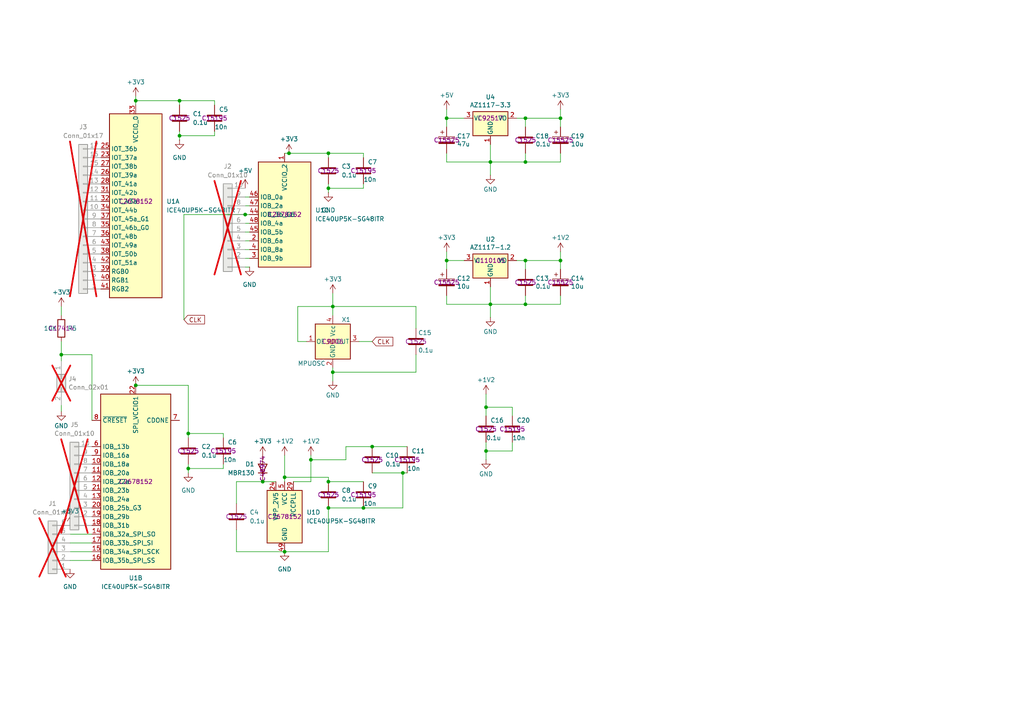
<source format=kicad_sch>
(kicad_sch (version 20250114) (generator "eeschema") (generator_version "9.0")
  (paper "A4")
  (lib_symbols
    (symbol "Connector_Generic:Conn_01x06" (pin_names (offset 1.016) (hide yes))
      (property "Reference" "J" (at 0 7.62 0))
      (property "Value" "Conn_01x06" (at 0 -10.16 0))
      (symbol "Conn_01x06_1_1"
        (rectangle (start -1.27 6.35) (end 1.27 -8.89) (stroke (width 0.254)) (fill (type background)))
        (rectangle (start -1.27 5.207) (end 0 4.953) (stroke (width 0.1524)))
        (rectangle (start -1.27 2.667) (end 0 2.413) (stroke (width 0.1524)))
        (rectangle (start -1.27 0.127) (end 0 -0.127) (stroke (width 0.1524)))
        (rectangle (start -1.27 -2.413) (end 0 -2.667) (stroke (width 0.1524)))
        (rectangle (start -1.27 -4.953) (end 0 -5.207) (stroke (width 0.1524)))
        (rectangle (start -1.27 -7.493) (end 0 -7.747) (stroke (width 0.1524)))
        (pin passive line (at -5.08 5.08 0) (length 3.81) (name "Pin_1") (number "1"))
        (pin passive line (at -5.08 2.54 0) (length 3.81) (name "Pin_2") (number "2"))
        (pin passive line (at -5.08 0 0) (length 3.81) (name "Pin_3") (number "3"))
        (pin passive line (at -5.08 -2.54 0) (length 3.81) (name "Pin_4") (number "4"))
        (pin passive line (at -5.08 -5.08 0) (length 3.81) (name "Pin_5") (number "5"))
        (pin passive line (at -5.08 -7.62 0) (length 3.81) (name "Pin_6") (number "6"))
      )
    )
    (symbol "Connector_Generic:Conn_01x10" (pin_names (offset 1.016) (hide yes))
      (property "Reference" "J" (at 0 12.7 0))
      (property "Value" "Conn_01x10" (at 0 -15.24 0))
      (symbol "Conn_01x10_1_1"
        (rectangle (start -1.27 11.43) (end 1.27 -13.97) (stroke (width 0.254)) (fill (type background)))
        (rectangle (start -1.27 10.287) (end 0 10.033) (stroke (width 0.1524)))
        (rectangle (start -1.27 7.747) (end 0 7.493) (stroke (width 0.1524)))
        (rectangle (start -1.27 5.207) (end 0 4.953) (stroke (width 0.1524)))
        (rectangle (start -1.27 2.667) (end 0 2.413) (stroke (width 0.1524)))
        (rectangle (start -1.27 0.127) (end 0 -0.127) (stroke (width 0.1524)))
        (rectangle (start -1.27 -2.413) (end 0 -2.667) (stroke (width 0.1524)))
        (rectangle (start -1.27 -4.953) (end 0 -5.207) (stroke (width 0.1524)))
        (rectangle (start -1.27 -7.493) (end 0 -7.747) (stroke (width 0.1524)))
        (rectangle (start -1.27 -10.033) (end 0 -10.287) (stroke (width 0.1524)))
        (rectangle (start -1.27 -12.573) (end 0 -12.827) (stroke (width 0.1524)))
        (pin passive line (at -5.08 10.16 0) (length 3.81) (name "Pin_1") (number "1"))
        (pin passive line (at -5.08 7.62 0) (length 3.81) (name "Pin_2") (number "2"))
        (pin passive line (at -5.08 5.08 0) (length 3.81) (name "Pin_3") (number "3"))
        (pin passive line (at -5.08 2.54 0) (length 3.81) (name "Pin_4") (number "4"))
        (pin passive line (at -5.08 0 0) (length 3.81) (name "Pin_5") (number "5"))
        (pin passive line (at -5.08 -2.54 0) (length 3.81) (name "Pin_6") (number "6"))
        (pin passive line (at -5.08 -5.08 0) (length 3.81) (name "Pin_7") (number "7"))
        (pin passive line (at -5.08 -7.62 0) (length 3.81) (name "Pin_8") (number "8"))
        (pin passive line (at -5.08 -10.16 0) (length 3.81) (name "Pin_9") (number "9"))
        (pin passive line (at -5.08 -12.7 0) (length 3.81) (name "Pin_10") (number "10"))
      )
    )
    (symbol "Connector_Generic:Conn_01x17" (pin_names (offset 1.016) (hide yes))
      (property "Reference" "J" (at 0 22.86 0))
      (property "Value" "Conn_01x17" (at 0 -22.86 0))
      (symbol "Conn_01x17_1_1"
        (rectangle (start -1.27 21.59) (end 1.27 -21.59) (stroke (width 0.254)) (fill (type background)))
        (rectangle (start -1.27 20.447) (end 0 20.193) (stroke (width 0.1524)))
        (rectangle (start -1.27 17.907) (end 0 17.653) (stroke (width 0.1524)))
        (rectangle (start -1.27 15.367) (end 0 15.113) (stroke (width 0.1524)))
        (rectangle (start -1.27 12.827) (end 0 12.573) (stroke (width 0.1524)))
        (rectangle (start -1.27 10.287) (end 0 10.033) (stroke (width 0.1524)))
        (rectangle (start -1.27 7.747) (end 0 7.493) (stroke (width 0.1524)))
        (rectangle (start -1.27 5.207) (end 0 4.953) (stroke (width 0.1524)))
        (rectangle (start -1.27 2.667) (end 0 2.413) (stroke (width 0.1524)))
        (rectangle (start -1.27 0.127) (end 0 -0.127) (stroke (width 0.1524)))
        (rectangle (start -1.27 -2.413) (end 0 -2.667) (stroke (width 0.1524)))
        (rectangle (start -1.27 -4.953) (end 0 -5.207) (stroke (width 0.1524)))
        (rectangle (start -1.27 -7.493) (end 0 -7.747) (stroke (width 0.1524)))
        (rectangle (start -1.27 -10.033) (end 0 -10.287) (stroke (width 0.1524)))
        (rectangle (start -1.27 -12.573) (end 0 -12.827) (stroke (width 0.1524)))
        (rectangle (start -1.27 -15.113) (end 0 -15.367) (stroke (width 0.1524)))
        (rectangle (start -1.27 -17.653) (end 0 -17.907) (stroke (width 0.1524)))
        (rectangle (start -1.27 -20.193) (end 0 -20.447) (stroke (width 0.1524)))
        (pin passive line (at -5.08 20.32 0) (length 3.81) (name "Pin_1") (number "1"))
        (pin passive line (at -5.08 17.78 0) (length 3.81) (name "Pin_2") (number "2"))
        (pin passive line (at -5.08 15.24 0) (length 3.81) (name "Pin_3") (number "3"))
        (pin passive line (at -5.08 12.7 0) (length 3.81) (name "Pin_4") (number "4"))
        (pin passive line (at -5.08 10.16 0) (length 3.81) (name "Pin_5") (number "5"))
        (pin passive line (at -5.08 7.62 0) (length 3.81) (name "Pin_6") (number "6"))
        (pin passive line (at -5.08 5.08 0) (length 3.81) (name "Pin_7") (number "7"))
        (pin passive line (at -5.08 2.54 0) (length 3.81) (name "Pin_8") (number "8"))
        (pin passive line (at -5.08 0 0) (length 3.81) (name "Pin_9") (number "9"))
        (pin passive line (at -5.08 -2.54 0) (length 3.81) (name "Pin_10") (number "10"))
        (pin passive line (at -5.08 -5.08 0) (length 3.81) (name "Pin_11") (number "11"))
        (pin passive line (at -5.08 -7.62 0) (length 3.81) (name "Pin_12") (number "12"))
        (pin passive line (at -5.08 -10.16 0) (length 3.81) (name "Pin_13") (number "13"))
        (pin passive line (at -5.08 -12.7 0) (length 3.81) (name "Pin_14") (number "14"))
        (pin passive line (at -5.08 -15.24 0) (length 3.81) (name "Pin_15") (number "15"))
        (pin passive line (at -5.08 -17.78 0) (length 3.81) (name "Pin_16") (number "16"))
        (pin passive line (at -5.08 -20.32 0) (length 3.81) (name "Pin_17") (number "17"))
      )
    )
    (symbol "Connector_Generic:Conn_02x01" (pin_names (offset 1.016) (hide yes))
      (property "Reference" "J" (at 1.27 2.54 0))
      (property "Value" "Conn_02x01" (at 1.27 -2.54 0))
      (symbol "Conn_02x01_1_1"
        (rectangle (start -1.27 1.27) (end 3.81 -1.27) (stroke (width 0.254)) (fill (type background)))
        (rectangle (start -1.27 0.127) (end 0 -0.127) (stroke (width 0.1524)))
        (rectangle (start 3.81 0.127) (end 2.54 -0.127) (stroke (width 0.1524)))
        (pin passive line (at -5.08 0 0) (length 3.81) (name "Pin_1") (number "1"))
        (pin passive line (at 7.62 0 180) (length 3.81) (name "Pin_2") (number "2"))
      )
    )
    (symbol "Device:C" (pin_numbers (hide yes)) (pin_names (offset 0.254))
      (property "Reference" "C" (at 0.635 2.54 0))
      (property "Value" "C" (at 0.635 -2.54 0))
      (symbol "C_0_1"
        (polyline (pts (xy -2.032 0.762) (xy 2.032 0.762)) (stroke (width 0.508)))
        (polyline (pts (xy -2.032 -0.762) (xy 2.032 -0.762)) (stroke (width 0.508)))
      )
      (symbol "C_1_1"
        (pin passive line (at 0 3.81 270) (length 2.794) (name "~") (number "1"))
        (pin passive line (at 0 -3.81 90) (length 2.794) (name "~") (number "2"))
      )
    )
    (symbol "Device:CP" (pin_numbers (hide yes)) (pin_names (offset 0.254))
      (property "Reference" "C" (at 0.635 2.54 0))
      (property "Value" "Device_CP" (at 0.635 -2.54 0))
      (symbol "CP_0_1"
        (rectangle (start -2.286 0.508) (end 2.286 1.016))
        (polyline (pts (xy -1.778 2.286) (xy -0.762 2.286)))
        (polyline (pts (xy -1.27 2.794) (xy -1.27 1.778)))
        (rectangle (start 2.286 -0.508) (end -2.286 -1.016) (fill (type outline)))
      )
      (symbol "CP_1_1"
        (pin passive line (at 0 3.81 270) (length 2.794) (name "~") (number "1"))
        (pin passive line (at 0 -3.81 90) (length 2.794) (name "~") (number "2"))
      )
    )
    (symbol "Device:D" (pin_numbers (hide yes)) (pin_names (offset 1.016) (hide yes))
      (property "Reference" "D" (at 0 2.54 0))
      (property "Value" "D" (at 0 -2.54 0))
      (symbol "D_0_1"
        (polyline (pts (xy -1.27 1.27) (xy -1.27 -1.27)) (stroke (width 0.254)))
        (polyline (pts (xy 1.27 1.27) (xy 1.27 -1.27) (xy -1.27 0) (xy 1.27 1.27)) (stroke (width 0.254)))
        (polyline (pts (xy 1.27 0) (xy -1.27 0)))
      )
      (symbol "D_1_1"
        (pin passive line (at -3.81 0 0) (length 2.54) (name "K") (number "1"))
        (pin passive line (at 3.81 0 180) (length 2.54) (name "A") (number "2"))
      )
    )
    (symbol "Device:R" (pin_numbers (hide yes)) (pin_names (offset 0))
      (property "Reference" "R" (at 2.032 0 90))
      (property "Value" "R" (at 0 0 90))
      (symbol "R_0_1"
        (rectangle (start -1.016 -2.54) (end 1.016 2.54) (stroke (width 0.254)))
      )
      (symbol "R_1_1"
        (pin passive line (at 0 3.81 270) (length 1.27) (name "~") (number "1"))
        (pin passive line (at 0 -3.81 90) (length 1.27) (name "~") (number "2"))
      )
    )
    (symbol "FPGA_Lattice:ICE40UP5K-SG48ITR"
      (property "Reference" "U" (at -8.89 -29.21 0))
      (property "Value" "ICE40UP5K-SG48ITR" (at 0 -31.75 0))
      (symbol "ICE40UP5K-SG48ITR_1_1"
        (rectangle (start -7.62 25.4) (end 7.62 -27.94) (stroke (width 0.254)) (fill (type background)))
        (pin bidirectional line (at -10.16 15.24 0) (length 2.54) (name "IOT_36b") (number "25"))
        (pin bidirectional line (at -10.16 12.7 0) (length 2.54) (name "IOT_37a") (number "23"))
        (pin bidirectional line (at -10.16 10.16 0) (length 2.54) (name "IOT_38b") (number "27"))
        (pin bidirectional line (at -10.16 7.62 0) (length 2.54) (name "IOT_39a") (number "26"))
        (pin bidirectional line (at -10.16 5.08 0) (length 2.54) (name "IOT_41a") (number "28"))
        (pin bidirectional line (at -10.16 2.54 0) (length 2.54) (name "IOT_42b") (number "31"))
        (pin bidirectional line (at -10.16 0 0) (length 2.54) (name "IOT_43a") (number "32"))
        (pin bidirectional line (at -10.16 -2.54 0) (length 2.54) (name "IOT_44b") (number "34"))
        (pin bidirectional line (at -10.16 -5.08 0) (length 2.54) (name "IOT_45a_G1") (number "37"))
        (pin bidirectional line (at -10.16 -7.62 0) (length 2.54) (name "IOT_46b_G0") (number "35"))
        (pin bidirectional line (at -10.16 -10.16 0) (length 2.54) (name "IOT_48b") (number "36"))
        (pin bidirectional line (at -10.16 -12.7 0) (length 2.54) (name "IOT_49a") (number "43"))
        (pin bidirectional line (at -10.16 -15.24 0) (length 2.54) (name "IOT_50b") (number "38"))
        (pin bidirectional line (at -10.16 -17.78 0) (length 2.54) (name "IOT_51a") (number "42"))
        (pin open_collector line (at -10.16 -20.32 0) (length 2.54) (name "RGB0") (number "39"))
        (pin open_collector line (at -10.16 -22.86 0) (length 2.54) (name "RGB1") (number "40"))
        (pin open_collector line (at -10.16 -25.4 0) (length 2.54) (name "RGB2") (number "41"))
        (pin power_in line (at 0 27.94 270) (length 2.54) (name "VCCIO_0") (number "33"))
      )
      (symbol "ICE40UP5K-SG48ITR_2_1"
        (rectangle (start -10.16 25.4) (end 10.16 -25.4) (stroke (width 0.254)) (fill (type background)))
        (pin input line (at -12.7 17.78 0) (length 2.54) (name "~{CRESET}") (number "8"))
        (pin bidirectional line (at -12.7 10.16 0) (length 2.54) (name "IOB_13b") (number "6"))
        (pin bidirectional line (at -12.7 7.62 0) (length 2.54) (name "IOB_16a") (number "9"))
        (pin bidirectional line (at -12.7 5.08 0) (length 2.54) (name "IOB_18a") (number "10"))
        (pin bidirectional line (at -12.7 2.54 0) (length 2.54) (name "IOB_20a") (number "11"))
        (pin bidirectional line (at -12.7 0 0) (length 2.54) (name "IOB_22a") (number "12"))
        (pin bidirectional line (at -12.7 -2.54 0) (length 2.54) (name "IOB_23b") (number "21"))
        (pin bidirectional line (at -12.7 -5.08 0) (length 2.54) (name "IOB_24a") (number "13"))
        (pin bidirectional line (at -12.7 -7.62 0) (length 2.54) (name "IOB_25b_G3") (number "20"))
        (pin bidirectional line (at -12.7 -10.16 0) (length 2.54) (name "IOB_29b") (number "19"))
        (pin bidirectional line (at -12.7 -12.7 0) (length 2.54) (name "IOB_31b") (number "18"))
        (pin bidirectional line (at -12.7 -15.24 0) (length 2.54) (name "IOB_32a_SPI_SO") (number "14"))
        (pin bidirectional line (at -12.7 -17.78 0) (length 2.54) (name "IOB_33b_SPI_SI") (number "17"))
        (pin bidirectional line (at -12.7 -20.32 0) (length 2.54) (name "IOB_34a_SPI_SCK") (number "15"))
        (pin bidirectional line (at -12.7 -22.86 0) (length 2.54) (name "IOB_35b_SPI_SS") (number "16"))
        (pin power_in line (at 0 27.94 270) (length 2.54) (name "SPI_VCCIO1") (number "22"))
        (pin open_collector line (at 12.7 17.78 180) (length 2.54) (name "CDONE") (number "7"))
      )
      (symbol "ICE40UP5K-SG48ITR_3_1"
        (rectangle (start -7.62 15.24) (end 7.62 -15.24) (stroke (width 0.254)) (fill (type background)))
        (pin bidirectional line (at -10.16 5.08 0) (length 2.54) (name "IOB_0a") (number "46"))
        (pin bidirectional line (at -10.16 2.54 0) (length 2.54) (name "IOB_2a") (number "47"))
        (pin bidirectional line (at -10.16 0 0) (length 2.54) (name "IOB_3b_G6") (number "44"))
        (pin bidirectional line (at -10.16 -2.54 0) (length 2.54) (name "IOB_4a") (number "48"))
        (pin bidirectional line (at -10.16 -5.08 0) (length 2.54) (name "IOB_5b") (number "45"))
        (pin bidirectional line (at -10.16 -7.62 0) (length 2.54) (name "IOB_6a") (number "2"))
        (pin bidirectional line (at -10.16 -10.16 0) (length 2.54) (name "IOB_8a") (number "4"))
        (pin bidirectional line (at -10.16 -12.7 0) (length 2.54) (name "IOB_9b") (number "3"))
        (pin power_in line (at 0 17.78 270) (length 2.54) (name "VCCIO_2") (number "1"))
      )
      (symbol "ICE40UP5K-SG48ITR_4_1"
        (rectangle (start -5.08 7.62) (end 5.08 -7.62) (stroke (width 0.254)) (fill (type background)))
        (pin power_in line (at -2.54 10.16 270) (length 2.54) (name "VPP_2V5") (number "24"))
        (pin passive line (at 0 10.16 270) (length 2.54) (hide yes) (name "VCC") (number "30"))
        (pin power_in line (at 0 10.16 270) (length 2.54) (name "VCC") (number "5"))
        (pin power_in line (at 0 -10.16 90) (length 2.54) (name "GND") (number "49"))
        (pin power_out line (at 2.54 10.16 270) (length 2.54) (name "VCCPLL") (number "29"))
      )
    )
    (symbol "Oscillator:SG-210SED" (pin_names (offset 0.254))
      (property "Reference" "X" (at -5.08 6.35 0))
      (property "Value" "SG-210SED" (at 1.27 -6.35 0))
      (symbol "SG-210SED_0_1"
        (rectangle (start -5.08 5.08) (end 5.08 -5.08) (stroke (width 0.254)) (fill (type background)))
        (polyline (pts (xy -1.905 -0.635) (xy -1.27 -0.635) (xy -1.27 0.635) (xy -0.635 0.635) (xy -0.635 -0.635) (xy 0 -0.635) (xy 0 0.635) (xy 0.635 0.635) (xy 0.635 -0.635)))
      )
      (symbol "SG-210SED_1_1"
        (pin input line (at -7.62 0 0) (length 2.54) (name "OE") (number "1"))
        (pin power_in line (at 0 7.62 270) (length 2.54) (name "Vcc") (number "4"))
        (pin power_in line (at 0 -7.62 90) (length 2.54) (name "GND") (number "2"))
        (pin output line (at 7.62 0 180) (length 2.54) (name "OUT") (number "3"))
      )
    )
    (symbol "Regulator_Linear:AZ1117-1.2" (pin_names (offset 0.254))
      (property "Reference" "U" (at -3.81 3.175 0))
      (property "Value" "AZ1117-1.2" (at 0 3.175 0))
      (symbol "AZ1117-1.2_0_1"
        (rectangle (start -5.08 1.905) (end 5.08 -5.08) (stroke (width 0.254)) (fill (type background)))
      )
      (symbol "AZ1117-1.2_1_1"
        (pin power_in line (at -7.62 0 0) (length 2.54) (name "VI") (number "3"))
        (pin power_in line (at 0 -7.62 90) (length 2.54) (name "GND") (number "1"))
        (pin power_out line (at 7.62 0 180) (length 2.54) (name "VO") (number "2"))
      )
    )
    (symbol "power:+1V2" (power) (pin_names (offset 0))
      (property "Value" "+1V2" (at 0 3.556 0))
      (symbol "+1V2_0_1"
        (polyline (pts (xy -0.762 1.27) (xy 0 2.54)))
        (polyline (pts (xy 0 2.54) (xy 0.762 1.27)))
        (polyline (pts (xy 0 0) (xy 0 2.54)))
      )
      (symbol "+1V2_1_1"
        (pin power_in line (at 0 0 90) (length 0) (hide yes) (name "+1V2") (number "1"))
      )
    )
    (symbol "power:+3V3" (power) (pin_names (offset 0))
      (property "Value" "+3V3" (at 0 3.556 0))
      (symbol "+3V3_0_1"
        (polyline (pts (xy -0.762 1.27) (xy 0 2.54)))
        (polyline (pts (xy 0 2.54) (xy 0.762 1.27)))
        (polyline (pts (xy 0 0) (xy 0 2.54)))
      )
      (symbol "+3V3_1_1"
        (pin power_in line (at 0 0 90) (length 0) (hide yes) (name "+3V3") (number "1"))
      )
    )
    (symbol "power:+5V" (power) (pin_names (offset 0))
      (property "Value" "+5V" (at 0 3.556 0))
      (symbol "+5V_0_1"
        (polyline (pts (xy -0.762 1.27) (xy 0 2.54)))
        (polyline (pts (xy 0 2.54) (xy 0.762 1.27)))
        (polyline (pts (xy 0 0) (xy 0 2.54)))
      )
      (symbol "+5V_1_1"
        (pin power_in line (at 0 0 90) (length 0) (hide yes) (name "+5V") (number "1"))
      )
    )
    (symbol "power:GND" (power) (pin_numbers (hide yes)) (pin_names (offset 0) (hide yes))
      (property "Value" "GND" (at 0 -3.81 0))
      (symbol "GND_0_1"
        (polyline (pts (xy 0 0) (xy 0 -1.27) (xy 1.27 -1.27) (xy 0 -2.54) (xy -1.27 -1.27) (xy 0 -1.27)))
      )
      (symbol "GND_1_1"
        (pin power_in line (at 0 0 270) (length 0) (name "~") (number "1"))
      )
    )
  )
  (junction (at 162.56 34.29))
  (junction (at 95.25 44.45))
  (junction (at 83.82 44.45))
  (junction (at 116.84 137.16))
  (junction (at 96.52 107.95))
  (junction (at 54.61 125.73))
  (junction (at 107.95 129.54))
  (junction (at 95.25 139.7))
  (junction (at 54.61 135.89))
  (junction (at 82.55 138.43))
  (junction (at 129.54 34.29))
  (junction (at 152.4 46.99))
  (junction (at 71.12 62.23))
  (junction (at 39.37 111.76))
  (junction (at 90.17 133.35))
  (junction (at 140.97 130.81))
  (junction (at 142.24 46.99))
  (junction (at 162.56 75.565))
  (junction (at 82.55 160.02))
  (junction (at 142.24 88.265))
  (junction (at 52.07 29.21))
  (junction (at 96.52 88.9))
  (junction (at 152.4 75.565))
  (junction (at 52.07 39.37))
  (junction (at 95.25 54.61))
  (junction (at 39.37 29.21))
  (junction (at 152.4 34.29))
  (junction (at 95.25 147.32))
  (junction (at 152.4 88.265))
  (junction (at 140.97 118.11))
  (junction (at 17.78 102.87))
  (junction (at 76.2 139.7))
  (junction (at 129.54 75.565))
  (junction (at 105.41 147.32))
  (wire (pts (xy 64.77 125.73) (xy 54.61 125.73)))
  (wire (pts (xy 62.23 39.37) (xy 62.23 38.1)))
  (wire (pts (xy 140.97 114.3) (xy 140.97 118.11)))
  (wire (pts (xy 95.25 53.34) (xy 95.25 54.61)))
  (wire (pts (xy 105.41 44.45) (xy 95.25 44.45)))
  (wire (pts (xy 52.07 38.1) (xy 52.07 39.37)))
  (wire (pts (xy 120.65 95.25) (xy 120.65 88.9)))
  (wire (pts (xy 149.86 75.565) (xy 152.4 75.565)))
  (wire (pts (xy 129.54 34.29) (xy 129.54 31.75)))
  (wire (pts (xy 95.25 44.45) (xy 95.25 45.72)))
  (wire (pts (xy 90.17 132.08) (xy 90.17 133.35)))
  (wire (pts (xy 120.65 107.95) (xy 96.52 107.95)))
  (wire (pts (xy 162.56 85.725) (xy 162.56 88.265)))
  (wire (pts (xy 142.24 46.99) (xy 152.4 46.99)))
  (wire (pts (xy 86.36 88.9) (xy 96.52 88.9)))
  (wire (pts (xy 64.77 135.89) (xy 64.77 134.62)))
  (wire (pts (xy 152.4 75.565) (xy 162.56 75.565)))
  (wire (pts (xy 140.97 130.81) (xy 148.59 130.81)))
  (wire (pts (xy 82.55 160.02) (xy 95.25 160.02)))
  (wire (pts (xy 83.82 44.45) (xy 82.55 44.45)))
  (wire (pts (xy 39.37 29.21) (xy 39.37 30.48)))
  (wire (pts (xy 152.4 44.45) (xy 152.4 46.99)))
  (wire (pts (xy 105.41 139.7) (xy 95.25 139.7)))
  (wire (pts (xy 54.61 135.89) (xy 64.77 135.89)))
  (wire (pts (xy 142.24 46.99) (xy 129.54 46.99)))
  (wire (pts (xy 162.56 75.565) (xy 162.56 73.025)))
  (wire (pts (xy 129.54 75.565) (xy 129.54 78.105)))
  (wire (pts (xy 17.78 88.9) (xy 17.78 91.44)))
  (wire (pts (xy 152.4 88.265) (xy 162.56 88.265)))
  (wire (pts (xy 134.62 75.565) (xy 129.54 75.565)))
  (wire (pts (xy 54.61 125.73) (xy 54.61 111.76)))
  (wire (pts (xy 142.24 83.185) (xy 142.24 88.265)))
  (wire (pts (xy 129.54 75.565) (xy 129.54 73.025)))
  (wire (pts (xy 62.23 30.48) (xy 62.23 29.21)))
  (wire (pts (xy 52.07 39.37) (xy 52.07 40.64)))
  (wire (pts (xy 162.56 36.83) (xy 162.56 34.29)))
  (wire (pts (xy 105.41 54.61) (xy 105.41 53.34)))
  (wire (pts (xy 140.97 118.11) (xy 148.59 118.11)))
  (wire (pts (xy 120.65 102.87) (xy 120.65 107.95)))
  (wire (pts (xy 129.54 46.99) (xy 129.54 44.45)))
  (wire (pts (xy 68.58 153.67) (xy 68.58 160.02)))
  (wire (pts (xy 71.12 62.23) (xy 53.34 62.23)))
  (wire (pts (xy 39.37 27.94) (xy 39.37 29.21)))
  (wire (pts (xy 107.95 137.16) (xy 116.84 137.16)))
  (wire (pts (xy 54.61 111.76) (xy 39.37 111.76)))
  (wire (pts (xy 152.4 36.83) (xy 152.4 34.29)))
  (wire (pts (xy 105.41 45.72) (xy 105.41 44.45)))
  (wire (pts (xy 71.12 77.47) (xy 72.39 77.47)))
  (wire (pts (xy 82.55 132.08) (xy 82.55 138.43)))
  (wire (pts (xy 82.55 138.43) (xy 82.55 139.7)))
  (wire (pts (xy 152.4 78.105) (xy 152.4 75.565)))
  (wire (pts (xy 86.36 99.06) (xy 86.36 88.9)))
  (wire (pts (xy 26.67 102.87) (xy 17.78 102.87)))
  (wire (pts (xy 52.07 39.37) (xy 62.23 39.37)))
  (wire (pts (xy 104.14 99.06) (xy 107.95 99.06)))
  (wire (pts (xy 95.25 139.7) (xy 95.25 138.43)))
  (wire (pts (xy 17.78 117.475) (xy 17.78 119.38)))
  (wire (pts (xy 107.95 129.54) (xy 118.11 129.54)))
  (wire (pts (xy 54.61 125.73) (xy 54.61 127)))
  (wire (pts (xy 162.56 78.105) (xy 162.56 75.565)))
  (wire (pts (xy 53.34 62.23) (xy 53.34 92.71)))
  (wire (pts (xy 96.52 88.9) (xy 96.52 91.44)))
  (wire (pts (xy 140.97 130.81) (xy 140.97 133.35)))
  (wire (pts (xy 142.24 41.91) (xy 142.24 46.99)))
  (wire (pts (xy 129.54 34.29) (xy 129.54 36.83)))
  (wire (pts (xy 129.54 88.265) (xy 129.54 85.725)))
  (wire (pts (xy 71.12 72.39) (xy 72.39 72.39)))
  (wire (pts (xy 95.25 147.32) (xy 105.41 147.32)))
  (wire (pts (xy 68.58 139.7) (xy 76.2 139.7)))
  (wire (pts (xy 140.97 118.11) (xy 140.97 120.65)))
  (wire (pts (xy 71.12 59.69) (xy 72.39 59.69)))
  (wire (pts (xy 26.67 121.92) (xy 26.67 102.87)))
  (wire (pts (xy 162.56 31.75) (xy 162.56 34.29)))
  (wire (pts (xy 149.86 34.29) (xy 152.4 34.29)))
  (wire (pts (xy 96.52 85.09) (xy 96.52 88.9)))
  (wire (pts (xy 20.32 160.02) (xy 26.67 160.02)))
  (wire (pts (xy 17.78 99.06) (xy 17.78 102.87)))
  (wire (pts (xy 20.32 157.48) (xy 26.67 157.48)))
  (wire (pts (xy 68.58 146.05) (xy 68.58 139.7)))
  (wire (pts (xy 100.33 133.35) (xy 100.33 129.54)))
  (wire (pts (xy 52.07 29.21) (xy 39.37 29.21)))
  (wire (pts (xy 71.12 67.31) (xy 72.39 67.31)))
  (wire (pts (xy 20.32 162.56) (xy 26.67 162.56)))
  (wire (pts (xy 120.65 88.9) (xy 96.52 88.9)))
  (wire (pts (xy 142.24 46.99) (xy 142.24 50.8)))
  (wire (pts (xy 64.77 127) (xy 64.77 125.73)))
  (wire (pts (xy 90.17 133.35) (xy 90.17 139.7)))
  (wire (pts (xy 71.12 64.77) (xy 72.39 64.77)))
  (wire (pts (xy 54.61 135.89) (xy 54.61 137.16)))
  (wire (pts (xy 142.24 88.265) (xy 142.24 92.075)))
  (wire (pts (xy 62.23 29.21) (xy 52.07 29.21)))
  (wire (pts (xy 95.25 160.02) (xy 95.25 147.32)))
  (wire (pts (xy 71.12 69.85) (xy 72.39 69.85)))
  (wire (pts (xy 90.17 139.7) (xy 85.09 139.7)))
  (wire (pts (xy 95.25 44.45) (xy 83.82 44.45)))
  (wire (pts (xy 140.97 130.81) (xy 140.97 128.27)))
  (wire (pts (xy 134.62 34.29) (xy 129.54 34.29)))
  (wire (pts (xy 96.52 107.95) (xy 96.52 110.49)))
  (wire (pts (xy 152.4 34.29) (xy 162.56 34.29)))
  (wire (pts (xy 68.58 160.02) (xy 82.55 160.02)))
  (wire (pts (xy 20.32 154.94) (xy 26.67 154.94)))
  (wire (pts (xy 148.59 120.65) (xy 148.59 118.11)))
  (wire (pts (xy 100.33 129.54) (xy 107.95 129.54)))
  (wire (pts (xy 148.59 128.27) (xy 148.59 130.81)))
  (wire (pts (xy 142.24 88.265) (xy 152.4 88.265)))
  (wire (pts (xy 54.61 134.62) (xy 54.61 135.89)))
  (wire (pts (xy 52.07 29.21) (xy 52.07 30.48)))
  (wire (pts (xy 95.25 54.61) (xy 105.41 54.61)))
  (wire (pts (xy 95.25 54.61) (xy 95.25 55.88)))
  (wire (pts (xy 88.9 99.06) (xy 86.36 99.06)))
  (wire (pts (xy 71.12 57.15) (xy 72.39 57.15)))
  (wire (pts (xy 142.24 88.265) (xy 129.54 88.265)))
  (wire (pts (xy 162.56 44.45) (xy 162.56 46.99)))
  (wire (pts (xy 76.2 139.7) (xy 80.01 139.7)))
  (wire (pts (xy 116.84 137.16) (xy 118.11 137.16)))
  (wire (pts (xy 152.4 46.99) (xy 162.56 46.99)))
  (wire (pts (xy 71.12 62.23) (xy 72.39 62.23)))
  (wire (pts (xy 90.17 133.35) (xy 100.33 133.35)))
  (wire (pts (xy 95.25 138.43) (xy 82.55 138.43)))
  (wire (pts (xy 71.12 74.93) (xy 72.39 74.93)))
  (wire (pts (xy 116.84 147.32) (xy 116.84 137.16)))
  (wire (pts (xy 96.52 106.68) (xy 96.52 107.95)))
  (wire (pts (xy 17.78 102.87) (xy 17.78 104.775)))
  (wire (pts (xy 152.4 85.725) (xy 152.4 88.265)))
  (wire (pts (xy 105.41 147.32) (xy 116.84 147.32)))
  (global_label "CLK" (shape input) (at 107.95 99.06 0) (property "Intersheetrefs" "${INTERSHEET_REFS}" (effects (hide yes))))
  (global_label "CLK" (shape input) (at 53.34 92.71 0) (property "Intersheetrefs" "${INTERSHEET_REFS}" (effects (hide yes))))
  (symbol (lib_id "Device:C") (at 68.58 149.86 0) (unit 1)
    (property "Reference" "C4" (at 72.39 148.5899 0) (effects (justify left)))
    (property "Value" "0.1u" (at 72.39 151.1299 0) (effects (justify left)))
    (property "Footprint" "Capacitor_SMD:C_0402_1005Metric" (effects (hide yes)))
    (property "Description" "Unpolarized capacitor" (effects (hide yes)))
    (property "JLCPCB Part #" "C1525" (at 68.58 149.86 0))
  )
  (symbol (lib_id "FPGA_Lattice:ICE40UP5K-SG48ITR") (at 39.37 58.42 0) (unit 1)
    (property "Reference" "U1" (at 48.26 58.4199 0) (effects (justify left)))
    (property "Value" "ICE40UP5K-SG48ITR" (at 48.26 60.9599 0) (effects (justify left)))
    (property "Footprint" "Package_DFN_QFN:QFN-48-1EP_7x7mm_P0.5mm_EP5.6x5.6mm" (effects (hide yes)))
    (property "Datasheet" "http://www.latticesemi.com/Products/FPGAandCPLD/iCE40Ultra" (effects (hide yes)))
    (property "Description" "iCE40 UltraPlus FPGA, 5280 LUTs, 1.2V, 48-pin QFN" (effects (hide yes)))
    (property "JLCPCB Part #" "C2678152" (at 39.37 58.42 0))
  )
  (symbol (lib_id "Device:C") (at 120.65 99.06 0) (unit 1)
    (property "Reference" "C15" (at 121.285 96.52 0) (effects (justify left)))
    (property "Value" "0.1u" (at 121.285 101.6 0) (effects (justify left)))
    (property "Footprint" "Capacitor_SMD:C_0402_1005Metric" (effects (hide yes)))
    (property "JLCPCB Part #" "C1525" (at 120.65 99.06 0))
  )
  (symbol (lib_id "Oscillator:SG-210SED") (at 96.52 99.06 0) (unit 1)
    (property "Reference" "X1" (at 99.06 92.71 0) (effects (justify left)))
    (property "Value" "MPUOSC" (at 86.36 105.41 0) (effects (justify left)))
    (property "Footprint" "Oscillator:Oscillator_SMD_SeikoEpson_SG8002LB-4Pin_5.0x3.2mm" (effects (hide yes)))
    (property "Datasheet" "https://support.epson.biz/td/api/doc_check.php?mode=dl&lang=en&Parts=SG-210SED" (effects (hide yes)))
    (property "JLCPCB Part #" "C9006" (at 96.52 99.06 0))
  )
  (symbol (lib_id "power:+5V") (at 71.12 54.61 0) (unit 1)
    (property "Reference" "#PWR023" (effects (hide yes)))
    (property "Value" "+5V" (at 71.12 49.53 0))
  )
  (symbol (lib_id "FPGA_Lattice:ICE40UP5K-SG48ITR") (at 39.37 139.7 0) (unit 2)
    (property "Reference" "U1" (at 39.37 167.64 0))
    (property "Value" "ICE40UP5K-SG48ITR" (at 39.37 170.18 0))
    (property "Footprint" "Package_DFN_QFN:QFN-48-1EP_7x7mm_P0.5mm_EP5.6x5.6mm" (effects (hide yes)))
    (property "Datasheet" "http://www.latticesemi.com/Products/FPGAandCPLD/iCE40Ultra" (effects (hide yes)))
    (property "Description" "iCE40 UltraPlus FPGA, 5280 LUTs, 1.2V, 48-pin QFN" (effects (hide yes)))
    (property "JLCPCB Part #" "C2678152" (at 39.37 139.7 0))
  )
  (symbol (lib_id "Device:C") (at 52.07 34.29 0) (unit 1)
    (property "Reference" "C1" (at 55.88 33.0199 0) (effects (justify left)))
    (property "Value" "0.1u" (at 55.88 35.5599 0) (effects (justify left)))
    (property "Footprint" "Capacitor_SMD:C_0402_1005Metric" (effects (hide yes)))
    (property "Description" "Unpolarized capacitor" (effects (hide yes)))
    (property "JLCPCB Part #" "C1525" (at 52.07 34.29 0))
  )
  (symbol (lib_id "FPGA_Lattice:ICE40UP5K-SG48ITR") (at 82.55 62.23 0) (unit 3)
    (property "Reference" "U1" (at 91.44 60.9599 0) (effects (justify left)))
    (property "Value" "ICE40UP5K-SG48ITR" (at 91.44 63.4999 0) (effects (justify left)))
    (property "Footprint" "Package_DFN_QFN:QFN-48-1EP_7x7mm_P0.5mm_EP5.6x5.6mm" (effects (hide yes)))
    (property "Datasheet" "http://www.latticesemi.com/Products/FPGAandCPLD/iCE40Ultra" (effects (hide yes)))
    (property "Description" "iCE40 UltraPlus FPGA, 5280 LUTs, 1.2V, 48-pin QFN" (effects (hide yes)))
    (property "JLCPCB Part #" "C2678152" (at 82.55 62.23 0))
  )
  (symbol (lib_id "power:+3V3") (at 162.56 31.75 0) (unit 1)
    (property "Reference" "#PWR015" (effects (hide yes)))
    (property "Value" "+3V3" (at 162.56 27.6169 0))
  )
  (symbol (lib_id "Device:C") (at 152.4 40.64 0) (unit 1)
    (property "Reference" "C18" (at 155.321 39.4716 0) (effects (justify left)))
    (property "Value" "0.1u" (at 155.321 41.783 0) (effects (justify left)))
    (property "Footprint" "Capacitor_SMD:C_0402_1005Metric" (effects (hide yes)))
    (property "JLCPCB Part #" "C1525" (at 152.4 40.64 0))
  )
  (symbol (lib_id "power:+1V2") (at 82.55 132.08 0) (unit 1)
    (property "Reference" "#PWR09" (effects (hide yes)))
    (property "Value" "+1V2" (at 82.55 127.9469 0))
  )
  (symbol (lib_id "Device:CP") (at 129.54 40.64 0) (unit 1)
    (property "Reference" "C17" (at 132.5372 39.4716 0) (effects (justify left)))
    (property "Value" "47u" (at 132.5372 41.783 0) (effects (justify left)))
    (property "Footprint" "Capacitor_SMD:C_0402_1005Metric" (effects (hide yes)))
    (property "JLCPCB Part #" "C15525" (at 129.54 40.64 0))
  )
  (symbol (lib_id "power:GND") (at 54.61 137.16 0) (unit 1)
    (property "Reference" "#PWR06" (effects (hide yes)))
    (property "Value" "GND" (at 54.61 142.24 0))
    (property "Description" "Power symbol creates a global label with name \"GND\" , ground" (effects (hide yes)))
  )
  (symbol (lib_id "power:GND") (at 95.25 55.88 0) (unit 1)
    (property "Reference" "#PWR07" (effects (hide yes)))
    (property "Value" "GND" (at 95.25 60.96 0))
    (property "Description" "Power symbol creates a global label with name \"GND\" , ground" (effects (hide yes)))
  )
  (symbol (lib_id "power:GND") (at 72.39 77.47 0) (unit 1)
    (property "Reference" "#PWR024" (effects (hide yes)))
    (property "Value" "GND" (at 72.39 82.55 0))
    (property "Description" "Power symbol creates a global label with name \"GND\" , ground" (effects (hide yes)))
  )
  (symbol (lib_id "power:+3V3") (at 129.54 73.025 0) (unit 1)
    (property "Reference" "#PWR012" (effects (hide yes)))
    (property "Value" "+3V3" (at 129.54 68.8919 0))
  )
  (symbol (lib_id "Connector_Generic:Conn_01x10") (at 66.04 67.31 180) (unit 1) (dnp yes)
    (property "Reference" "J2" (at 66.04 48.26 0))
    (property "Value" "Conn_01x10" (at 66.04 50.8 0))
    (property "Footprint" "Connector_PinHeader_2.54mm:PinHeader_1x10_P2.54mm_Vertical" (effects (hide yes)))
    (property "Description" "Generic connector, single row, 01x10, script generated (kicad-library-utils/schlib/autogen/connector/)" (effects (hide yes)))
  )
  (symbol (lib_id "Device:C") (at 95.25 143.51 0) (unit 1)
    (property "Reference" "C8" (at 99.06 142.2399 0) (effects (justify left)))
    (property "Value" "0.1u" (at 99.06 144.7799 0) (effects (justify left)))
    (property "Footprint" "Capacitor_SMD:C_0402_1005Metric" (effects (hide yes)))
    (property "Description" "Unpolarized capacitor" (effects (hide yes)))
    (property "JLCPCB Part #" "C1525" (at 95.25 143.51 0))
  )
  (symbol (lib_id "Connector_Generic:Conn_01x06") (at 15.24 160.02 180) (unit 1) (dnp yes)
    (property "Reference" "J1" (at 15.24 146.05 0))
    (property "Value" "Conn_01x06" (at 15.24 148.59 0))
    (property "Footprint" "Connector_PinHeader_2.54mm:PinHeader_1x06_P2.54mm_Vertical" (effects (hide yes)))
    (property "Description" "Generic connector, single row, 01x06, script generated (kicad-library-utils/schlib/autogen/connector/)" (effects (hide yes)))
  )
  (symbol (lib_id "power:+3V3") (at 76.2 132.08 0) (unit 1)
    (property "Reference" "#PWR08" (effects (hide yes)))
    (property "Value" "+3V3" (at 76.2 127.9469 0))
  )
  (symbol (lib_id "Device:C") (at 95.25 49.53 0) (unit 1)
    (property "Reference" "C3" (at 99.06 48.2599 0) (effects (justify left)))
    (property "Value" "0.1u" (at 99.06 50.7999 0) (effects (justify left)))
    (property "Footprint" "Capacitor_SMD:C_0402_1005Metric" (effects (hide yes)))
    (property "Description" "Unpolarized capacitor" (effects (hide yes)))
    (property "JLCPCB Part #" "C1525" (at 95.25 49.53 0))
  )
  (symbol (lib_id "Regulator_Linear:AZ1117-1.2") (at 142.24 75.565 0) (unit 1)
    (property "Reference" "U2" (at 142.24 69.4182 0))
    (property "Value" "AZ1117-1.2" (at 142.24 71.7296 0))
    (property "Footprint" "Package_TO_SOT_SMD:SOT-223-3_TabPin2" (effects (hide yes)))
    (property "Datasheet" "https://www.diodes.com/assets/Datasheets/AZ1117.pdf" (effects (hide yes)))
    (property "JLCPCB Part #" "C110105" (at 142.24 75.565 0))
  )
  (symbol (lib_id "Device:C") (at 62.23 34.29 0) (unit 1)
    (property "Reference" "C5" (at 63.5 31.75 0) (effects (justify left)))
    (property "Value" "10n" (at 62.23 36.83 0) (effects (justify left)))
    (property "Footprint" "Capacitor_SMD:C_0402_1005Metric" (effects (hide yes)))
    (property "JLCPCB Part #" "C15195" (at 62.23 34.29 0))
  )
  (symbol (lib_id "Device:C") (at 105.41 143.51 0) (unit 1)
    (property "Reference" "C9" (at 106.68 140.97 0) (effects (justify left)))
    (property "Value" "10n" (at 105.41 146.05 0) (effects (justify left)))
    (property "Footprint" "Capacitor_SMD:C_0402_1005Metric" (effects (hide yes)))
    (property "JLCPCB Part #" "C15195" (at 105.41 143.51 0))
  )
  (symbol (lib_id "Device:C") (at 105.41 49.53 0) (unit 1)
    (property "Reference" "C7" (at 106.68 46.99 0) (effects (justify left)))
    (property "Value" "10n" (at 105.41 52.07 0) (effects (justify left)))
    (property "Footprint" "Capacitor_SMD:C_0402_1005Metric" (effects (hide yes)))
    (property "JLCPCB Part #" "C15195" (at 105.41 49.53 0))
  )
  (symbol (lib_id "power:GND") (at 17.78 119.38 0) (unit 1)
    (property "Reference" "#PWR036" (effects (hide yes)))
    (property "Value" "GND" (at 17.78 123.5131 0))
  )
  (symbol (lib_id "Device:CP") (at 162.56 81.915 0) (unit 1)
    (property "Reference" "C14" (at 165.5572 80.7466 0) (effects (justify left)))
    (property "Value" "10u" (at 165.5572 83.058 0) (effects (justify left)))
    (property "Footprint" "Capacitor_SMD:C_0402_1005Metric" (effects (hide yes)))
    (property "JLCPCB Part #" "C15525" (at 162.56 81.915 0))
  )
  (symbol (lib_id "power:GND") (at 142.24 92.075 0) (unit 1)
    (property "Reference" "#PWR013" (effects (hide yes)))
    (property "Value" "GND" (at 142.24 96.2081 0))
  )
  (symbol (lib_id "power:+3V3") (at 17.78 88.9 0) (unit 1)
    (property "Reference" "#PWR035" (effects (hide yes)))
    (property "Value" "+3V3" (at 17.78 84.7669 0))
  )
  (symbol (lib_id "power:+1V2") (at 140.97 114.3 0) (unit 1)
    (property "Reference" "#PWR019" (effects (hide yes)))
    (property "Value" "+1V2" (at 140.97 110.1669 0))
  )
  (symbol (lib_id "power:+5V") (at 129.54 31.75 0) (unit 1)
    (property "Reference" "#PWR022" (effects (hide yes)))
    (property "Value" "+5V" (at 129.54 27.6169 0))
  )
  (symbol (lib_id "Device:CP") (at 162.56 40.64 0) (unit 1)
    (property "Reference" "C19" (at 165.5572 39.4716 0) (effects (justify left)))
    (property "Value" "10u" (at 165.5572 41.783 0) (effects (justify left)))
    (property "Footprint" "Capacitor_SMD:C_0402_1005Metric" (effects (hide yes)))
    (property "JLCPCB Part #" "C15525" (at 162.56 40.64 0))
  )
  (symbol (lib_id "power:GND") (at 82.55 160.02 0) (unit 1)
    (property "Reference" "#PWR01" (effects (hide yes)))
    (property "Value" "GND" (at 82.55 165.1 0))
    (property "Description" "Power symbol creates a global label with name \"GND\" , ground" (effects (hide yes)))
  )
  (symbol (lib_id "Device:CP") (at 129.54 81.915 0) (unit 1)
    (property "Reference" "C12" (at 132.5372 80.7466 0) (effects (justify left)))
    (property "Value" "10u" (at 132.5372 83.058 0) (effects (justify left)))
    (property "Footprint" "Capacitor_SMD:C_0402_1005Metric" (effects (hide yes)))
    (property "JLCPCB Part #" "C15525" (at 129.54 81.915 0))
  )
  (symbol (lib_id "power:+1V2") (at 162.56 73.025 0) (unit 1)
    (property "Reference" "#PWR016" (effects (hide yes)))
    (property "Value" "+1V2" (at 162.56 68.8919 0))
  )
  (symbol (lib_id "power:GND") (at 20.32 165.1 0) (unit 1)
    (property "Reference" "#PWR011" (effects (hide yes)))
    (property "Value" "GND" (at 20.32 170.18 0))
    (property "Description" "Power symbol creates a global label with name \"GND\" , ground" (effects (hide yes)))
  )
  (symbol (lib_id "power:+3V3") (at 83.82 44.45 0) (unit 1)
    (property "Reference" "#PWR027" (effects (hide yes)))
    (property "Value" "+3V3" (at 83.82 40.3169 0))
  )
  (symbol (lib_id "Device:C") (at 140.97 124.46 0) (unit 1)
    (property "Reference" "C16" (at 142.24 121.92 0) (effects (justify left)))
    (property "Value" "0.1u" (at 140.97 127 0) (effects (justify left)))
    (property "Footprint" "Capacitor_SMD:C_0402_1005Metric" (effects (hide yes)))
    (property "JLCPCB Part #" "C1525" (at 140.97 124.46 0))
  )
  (symbol (lib_id "Device:C") (at 148.59 124.46 0) (unit 1)
    (property "Reference" "C20" (at 149.86 121.92 0) (effects (justify left)))
    (property "Value" "10n" (at 148.59 127 0) (effects (justify left)))
    (property "Footprint" "Capacitor_SMD:C_0402_1005Metric" (effects (hide yes)))
    (property "JLCPCB Part #" "C15195" (at 148.59 124.46 0))
  )
  (symbol (lib_id "Device:C") (at 152.4 81.915 0) (unit 1)
    (property "Reference" "C13" (at 155.321 80.7466 0) (effects (justify left)))
    (property "Value" "0.1u" (at 155.321 83.058 0) (effects (justify left)))
    (property "Footprint" "Capacitor_SMD:C_0402_1005Metric" (effects (hide yes)))
    (property "JLCPCB Part #" "C1525" (at 152.4 81.915 0))
  )
  (symbol (lib_id "power:+3V3") (at 96.52 85.09 0) (unit 1)
    (property "Reference" "#PWR017" (effects (hide yes)))
    (property "Value" "+3V3" (at 96.52 80.9569 0))
  )
  (symbol (lib_id "Device:C") (at 118.11 133.35 0) (unit 1)
    (property "Reference" "C11" (at 119.38 130.81 0) (effects (justify left)))
    (property "Value" "10n" (at 118.11 135.89 0) (effects (justify left)))
    (property "Footprint" "Capacitor_SMD:C_0402_1005Metric" (effects (hide yes)))
    (property "JLCPCB Part #" "C15195" (at 118.11 133.35 0))
  )
  (symbol (lib_id "power:+1V2") (at 90.17 132.08 0) (unit 1)
    (property "Reference" "#PWR020" (effects (hide yes)))
    (property "Value" "+1V2" (at 90.17 127.9469 0))
  )
  (symbol (lib_id "Device:D") (at 76.2 135.89 90) (unit 1)
    (property "Reference" "D1" (at 71.12 134.62 90) (effects (justify right)))
    (property "Value" "MBR130" (at 66.04 137.16 90) (effects (justify right)))
    (property "Footprint" "Diode_SMD:D_SOD-123" (effects (hide yes)))
    (property "Sim.Device" "D" (effects (hide yes)))
    (property "Sim.Pins" "1=K 2=A" (effects (hide yes)))
    (property "JLCPCB Part #" "C48974" (at 76.2 135.89 0))
  )
  (symbol (lib_id "Connector_Generic:Conn_01x10") (at 21.59 142.24 180) (unit 1) (dnp yes)
    (property "Reference" "J5" (at 21.59 123.19 0))
    (property "Value" "Conn_01x10" (at 21.59 125.73 0))
    (property "Footprint" "Connector_PinHeader_2.54mm:PinHeader_1x10_P2.54mm_Vertical" (effects (hide yes)))
    (property "Description" "Generic connector, single row, 01x10, script generated (kicad-library-utils/schlib/autogen/connector/)" (effects (hide yes)))
  )
  (symbol (lib_id "power:GND") (at 142.24 50.8 0) (unit 1)
    (property "Reference" "#PWR014" (effects (hide yes)))
    (property "Value" "GND" (at 142.24 54.9331 0))
  )
  (symbol (lib_id "power:+3V3") (at 39.37 27.94 0) (unit 1)
    (property "Reference" "#PWR026" (effects (hide yes)))
    (property "Value" "+3V3" (at 39.37 23.8069 0))
  )
  (symbol (lib_id "Regulator_Linear:AZ1117-1.2") (at 142.24 34.29 0) (unit 1)
    (property "Reference" "U4" (at 142.24 28.1432 0))
    (property "Value" "AZ1117-3.3" (at 142.24 30.4546 0))
    (property "Footprint" "Package_TO_SOT_SMD:SOT-223-3_TabPin2" (effects (hide yes)))
    (property "Datasheet" "https://www.diodes.com/assets/Datasheets/AZ1117.pdf" (effects (hide yes)))
    (property "JLCPCB Part #" "C92517" (at 142.24 34.29 0))
  )
  (symbol (lib_id "Device:C") (at 64.77 130.81 0) (unit 1)
    (property "Reference" "C6" (at 66.04 128.27 0) (effects (justify left)))
    (property "Value" "10n" (at 64.77 133.35 0) (effects (justify left)))
    (property "Footprint" "Capacitor_SMD:C_0402_1005Metric" (effects (hide yes)))
    (property "JLCPCB Part #" "C15195" (at 64.77 130.81 0))
  )
  (symbol (lib_id "Device:R") (at 17.78 95.25 0) (unit 1)
    (property "Reference" "R5" (at 20.955 95.25 0))
    (property "Value" "10K" (at 14.605 95.25 0))
    (property "Footprint" "Resistor_SMD:R_0805_2012Metric" (effects (hide yes)))
    (property "JLCPCB Part #" "C17414" (at 17.78 95.25 0))
  )
  (symbol (lib_id "FPGA_Lattice:ICE40UP5K-SG48ITR") (at 82.55 149.86 0) (unit 4)
    (property "Reference" "U1" (at 88.9 148.5899 0) (effects (justify left)))
    (property "Value" "ICE40UP5K-SG48ITR" (at 88.9 151.1299 0) (effects (justify left)))
    (property "Footprint" "Package_DFN_QFN:QFN-48-1EP_7x7mm_P0.5mm_EP5.6x5.6mm" (effects (hide yes)))
    (property "Datasheet" "http://www.latticesemi.com/Products/FPGAandCPLD/iCE40Ultra" (effects (hide yes)))
    (property "Description" "iCE40 UltraPlus FPGA, 5280 LUTs, 1.2V, 48-pin QFN" (effects (hide yes)))
    (property "JLCPCB Part #" "C2678152" (at 82.55 149.86 0))
  )
  (symbol (lib_id "Device:C") (at 107.95 133.35 0) (unit 1)
    (property "Reference" "C10" (at 111.76 132.0799 0) (effects (justify left)))
    (property "Value" "0.1u" (at 111.76 134.6199 0) (effects (justify left)))
    (property "Footprint" "Capacitor_SMD:C_0402_1005Metric" (effects (hide yes)))
    (property "Description" "Unpolarized capacitor" (effects (hide yes)))
    (property "JLCPCB Part #" "C1525" (at 107.95 133.35 0))
  )
  (symbol (lib_id "Connector_Generic:Conn_02x01") (at 17.78 109.855 270) (unit 1) (dnp yes)
    (property "Reference" "J4" (at 19.812 109.9129 90) (effects (justify left)))
    (property "Value" "Conn_02x01" (at 19.812 112.3371 90) (effects (justify left)))
    (property "Footprint" "Connector_PinHeader_2.54mm:PinHeader_2x01_P2.54mm_Vertical" (effects (hide yes)))
  )
  (symbol (lib_id "Device:C") (at 54.61 130.81 0) (unit 1)
    (property "Reference" "C2" (at 58.42 129.5399 0) (effects (justify left)))
    (property "Value" "0.1u" (at 58.42 132.0799 0) (effects (justify left)))
    (property "Footprint" "Capacitor_SMD:C_0402_1005Metric" (effects (hide yes)))
    (property "Description" "Unpolarized capacitor" (effects (hide yes)))
    (property "JLCPCB Part #" "C1525" (at 54.61 130.81 0))
  )
  (symbol (lib_id "Connector_Generic:Conn_01x17") (at 24.13 63.5 180) (unit 1) (dnp yes)
    (property "Reference" "J3" (at 24.13 36.83 0))
    (property "Value" "Conn_01x17" (at 24.13 39.37 0))
    (property "Footprint" "Connector_PinHeader_2.54mm:PinHeader_1x17_P2.54mm_Vertical" (effects (hide yes)))
    (property "Description" "Generic connector, single row, 01x17, script generated (kicad-library-utils/schlib/autogen/connector/)" (effects (hide yes)))
  )
  (symbol (lib_id "power:GND") (at 140.97 133.35 0) (unit 1)
    (property "Reference" "#PWR021" (effects (hide yes)))
    (property "Value" "GND" (at 140.97 137.4831 0))
  )
  (symbol (lib_id "power:GND") (at 96.52 110.49 0) (unit 1)
    (property "Reference" "#PWR018" (effects (hide yes)))
    (property "Value" "GND" (at 96.52 114.6231 0))
  )
  (symbol (lib_id "power:+3V3") (at 20.32 152.4 0) (unit 1)
    (property "Reference" "#PWR010" (effects (hide yes)))
    (property "Value" "+3V3" (at 20.32 148.2669 0))
  )
  (symbol (lib_id "power:GND") (at 52.07 40.64 0) (unit 1)
    (property "Reference" "#PWR02" (effects (hide yes)))
    (property "Value" "GND" (at 52.07 45.72 0))
    (property "Description" "Power symbol creates a global label with name \"GND\" , ground" (effects (hide yes)))
  )
  (symbol (lib_id "power:+3V3") (at 39.37 111.76 0) (unit 1)
    (property "Reference" "#PWR025" (effects (hide yes)))
    (property "Value" "+3V3" (at 39.37 107.6269 0))
  )
)
</source>
